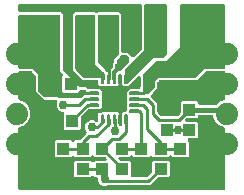
<source format=gtl>
G04 EAGLE Gerber X2 export*
%TF.Part,Single*%
%TF.FileFunction,Copper,L1,Top,Mixed*%
%TF.FilePolarity,Positive*%
%TF.GenerationSoftware,Autodesk,EAGLE,9.4.0*%
%TF.CreationDate,2019-05-08T17:19:32Z*%
G75*
%MOMM*%
%FSLAX34Y34*%
%LPD*%
%INTop Copper*%
%AMOC8*
5,1,8,0,0,1.08239X$1,22.5*%
G01*
%ADD10R,1.050000X1.080000*%
%ADD11R,1.080000X1.050000*%
%ADD12R,1.435100X4.394200*%
%ADD13R,1.100000X1.000000*%
%ADD14C,0.150000*%
%ADD15R,2.050000X2.050000*%
%ADD16C,1.879600*%
%ADD17C,0.254000*%
%ADD18C,0.756400*%
%ADD19C,0.355600*%
%ADD20C,0.304800*%
%ADD21C,0.406400*%
%ADD22C,0.609600*%

G36*
X200778Y11446D02*
X200778Y11446D01*
X200897Y11453D01*
X200935Y11466D01*
X200976Y11471D01*
X201086Y11514D01*
X201199Y11551D01*
X201234Y11573D01*
X201271Y11588D01*
X201367Y11657D01*
X201468Y11721D01*
X201496Y11751D01*
X201529Y11774D01*
X201605Y11866D01*
X201686Y11953D01*
X201706Y11988D01*
X201731Y12019D01*
X201782Y12127D01*
X201840Y12231D01*
X201850Y12271D01*
X201867Y12307D01*
X201889Y12424D01*
X201919Y12539D01*
X201923Y12599D01*
X201927Y12619D01*
X201925Y12640D01*
X201929Y12700D01*
X201929Y63506D01*
X201926Y63535D01*
X201928Y63564D01*
X201909Y63673D01*
X201907Y63707D01*
X201902Y63723D01*
X201889Y63821D01*
X201879Y63849D01*
X201874Y63878D01*
X201820Y63996D01*
X201772Y64117D01*
X201755Y64141D01*
X201743Y64168D01*
X201662Y64269D01*
X201586Y64374D01*
X201563Y64393D01*
X201544Y64416D01*
X201441Y64494D01*
X201341Y64577D01*
X201314Y64590D01*
X201290Y64607D01*
X201146Y64678D01*
X196725Y66509D01*
X193509Y69725D01*
X191769Y73926D01*
X191769Y74286D01*
X191754Y74404D01*
X191747Y74523D01*
X191734Y74561D01*
X191729Y74602D01*
X191686Y74712D01*
X191649Y74825D01*
X191627Y74860D01*
X191612Y74897D01*
X191543Y74993D01*
X191479Y75094D01*
X191449Y75122D01*
X191426Y75155D01*
X191334Y75231D01*
X191247Y75312D01*
X191212Y75332D01*
X191181Y75357D01*
X191073Y75408D01*
X190969Y75466D01*
X190929Y75476D01*
X190893Y75493D01*
X190776Y75515D01*
X190661Y75545D01*
X190601Y75549D01*
X190581Y75553D01*
X190560Y75551D01*
X190500Y75555D01*
X180252Y75555D01*
X180134Y75540D01*
X180015Y75533D01*
X179977Y75520D01*
X179936Y75515D01*
X179826Y75472D01*
X179713Y75435D01*
X179678Y75413D01*
X179641Y75398D01*
X179545Y75329D01*
X179444Y75265D01*
X179416Y75235D01*
X179383Y75212D01*
X179307Y75120D01*
X179226Y75033D01*
X179206Y74998D01*
X179181Y74967D01*
X179130Y74859D01*
X179072Y74755D01*
X179062Y74715D01*
X179045Y74679D01*
X179023Y74562D01*
X178993Y74447D01*
X178989Y74387D01*
X178985Y74367D01*
X178987Y74346D01*
X178983Y74286D01*
X178983Y73778D01*
X177792Y72587D01*
X169614Y72587D01*
X169516Y72575D01*
X169417Y72572D01*
X169358Y72555D01*
X169298Y72547D01*
X169206Y72511D01*
X169111Y72483D01*
X169059Y72453D01*
X169003Y72430D01*
X168923Y72372D01*
X168837Y72322D01*
X168762Y72256D01*
X168745Y72244D01*
X168737Y72234D01*
X168716Y72216D01*
X168320Y71820D01*
X168235Y71710D01*
X168146Y71603D01*
X168138Y71584D01*
X168125Y71568D01*
X168070Y71441D01*
X168011Y71315D01*
X168007Y71295D01*
X167999Y71276D01*
X167977Y71139D01*
X167951Y71002D01*
X167952Y70982D01*
X167949Y70962D01*
X167962Y70823D01*
X167971Y70685D01*
X167977Y70666D01*
X167979Y70646D01*
X168026Y70514D01*
X168069Y70383D01*
X168080Y70366D01*
X168086Y70346D01*
X168165Y70231D01*
X168239Y70114D01*
X168254Y70100D01*
X168265Y70083D01*
X168369Y69991D01*
X168471Y69896D01*
X168488Y69886D01*
X168503Y69873D01*
X168628Y69809D01*
X168749Y69742D01*
X168769Y69737D01*
X168787Y69728D01*
X168923Y69698D01*
X169057Y69663D01*
X169085Y69661D01*
X169097Y69658D01*
X169118Y69659D01*
X169218Y69653D01*
X177792Y69653D01*
X178983Y68462D01*
X178983Y56778D01*
X177792Y55587D01*
X171282Y55587D01*
X171144Y55570D01*
X171005Y55557D01*
X170986Y55550D01*
X170966Y55547D01*
X170837Y55496D01*
X170706Y55449D01*
X170689Y55438D01*
X170670Y55430D01*
X170558Y55349D01*
X170443Y55271D01*
X170430Y55255D01*
X170413Y55244D01*
X170324Y55136D01*
X170232Y55032D01*
X170223Y55014D01*
X170210Y54999D01*
X170151Y54873D01*
X170088Y54749D01*
X170083Y54729D01*
X170075Y54711D01*
X170049Y54574D01*
X170018Y54439D01*
X170019Y54418D01*
X170015Y54399D01*
X170024Y54260D01*
X170028Y54121D01*
X170033Y54101D01*
X170035Y54081D01*
X170077Y53949D01*
X170116Y53815D01*
X170127Y53798D01*
X170133Y53779D01*
X170207Y53661D01*
X170278Y53541D01*
X170296Y53520D01*
X170303Y53510D01*
X170318Y53496D01*
X170384Y53421D01*
X171363Y52442D01*
X171363Y40758D01*
X170172Y39567D01*
X157488Y39567D01*
X156472Y40583D01*
X156378Y40656D01*
X156289Y40735D01*
X156253Y40753D01*
X156221Y40778D01*
X156112Y40825D01*
X156006Y40879D01*
X155967Y40888D01*
X155929Y40904D01*
X155812Y40923D01*
X155696Y40949D01*
X155655Y40948D01*
X155615Y40954D01*
X155497Y40943D01*
X155378Y40939D01*
X155339Y40928D01*
X155299Y40924D01*
X155187Y40884D01*
X155072Y40851D01*
X155037Y40830D01*
X154999Y40817D01*
X154901Y40750D01*
X154798Y40689D01*
X154753Y40649D01*
X154736Y40638D01*
X154723Y40623D01*
X154677Y40583D01*
X153662Y39567D01*
X140978Y39567D01*
X139962Y40583D01*
X139868Y40656D01*
X139779Y40735D01*
X139743Y40753D01*
X139711Y40778D01*
X139602Y40825D01*
X139496Y40879D01*
X139457Y40888D01*
X139419Y40904D01*
X139302Y40923D01*
X139186Y40949D01*
X139145Y40948D01*
X139105Y40954D01*
X138987Y40943D01*
X138868Y40939D01*
X138829Y40928D01*
X138789Y40924D01*
X138677Y40884D01*
X138562Y40851D01*
X138527Y40830D01*
X138489Y40817D01*
X138391Y40750D01*
X138288Y40689D01*
X138243Y40649D01*
X138226Y40638D01*
X138213Y40623D01*
X138167Y40583D01*
X137152Y39567D01*
X124468Y39567D01*
X123452Y40583D01*
X123358Y40656D01*
X123269Y40735D01*
X123233Y40753D01*
X123201Y40778D01*
X123092Y40825D01*
X122986Y40879D01*
X122947Y40888D01*
X122909Y40904D01*
X122792Y40923D01*
X122676Y40949D01*
X122635Y40948D01*
X122595Y40954D01*
X122477Y40943D01*
X122358Y40939D01*
X122319Y40928D01*
X122279Y40924D01*
X122167Y40884D01*
X122052Y40851D01*
X122017Y40830D01*
X121979Y40817D01*
X121881Y40750D01*
X121778Y40689D01*
X121733Y40649D01*
X121716Y40638D01*
X121703Y40623D01*
X121657Y40583D01*
X120642Y39567D01*
X112558Y39567D01*
X112420Y39550D01*
X112281Y39537D01*
X112262Y39530D01*
X112242Y39527D01*
X112113Y39476D01*
X111982Y39429D01*
X111965Y39418D01*
X111947Y39410D01*
X111834Y39329D01*
X111719Y39251D01*
X111705Y39235D01*
X111689Y39224D01*
X111601Y39117D01*
X111508Y39012D01*
X111499Y38994D01*
X111486Y38979D01*
X111427Y38853D01*
X111364Y38729D01*
X111359Y38709D01*
X111351Y38691D01*
X111325Y38555D01*
X111294Y38419D01*
X111295Y38398D01*
X111291Y38379D01*
X111300Y38240D01*
X111304Y38101D01*
X111310Y38081D01*
X111311Y38061D01*
X111354Y37929D01*
X111392Y37795D01*
X111403Y37778D01*
X111409Y37759D01*
X111483Y37641D01*
X111554Y37521D01*
X111572Y37500D01*
X111579Y37490D01*
X111594Y37476D01*
X111660Y37400D01*
X112056Y37004D01*
X112135Y36944D01*
X112207Y36876D01*
X112260Y36847D01*
X112308Y36810D01*
X112399Y36770D01*
X112485Y36722D01*
X112544Y36707D01*
X112599Y36683D01*
X112697Y36668D01*
X112793Y36643D01*
X112893Y36637D01*
X112914Y36633D01*
X112926Y36635D01*
X112954Y36633D01*
X120642Y36633D01*
X121833Y35442D01*
X121833Y23622D01*
X121848Y23504D01*
X121855Y23385D01*
X121868Y23347D01*
X121873Y23306D01*
X121916Y23196D01*
X121953Y23083D01*
X121975Y23048D01*
X121990Y23011D01*
X122059Y22915D01*
X122123Y22814D01*
X122153Y22786D01*
X122176Y22753D01*
X122268Y22677D01*
X122355Y22596D01*
X122390Y22576D01*
X122421Y22551D01*
X122529Y22500D01*
X122633Y22442D01*
X122673Y22432D01*
X122709Y22415D01*
X122826Y22393D01*
X122941Y22363D01*
X123001Y22359D01*
X123021Y22355D01*
X123042Y22357D01*
X123102Y22353D01*
X134876Y22353D01*
X134974Y22365D01*
X135073Y22368D01*
X135132Y22385D01*
X135192Y22393D01*
X135284Y22429D01*
X135379Y22457D01*
X135431Y22487D01*
X135487Y22510D01*
X135567Y22568D01*
X135653Y22618D01*
X135728Y22684D01*
X135745Y22696D01*
X135753Y22706D01*
X135774Y22724D01*
X139416Y26366D01*
X139476Y26445D01*
X139544Y26517D01*
X139573Y26570D01*
X139610Y26618D01*
X139650Y26709D01*
X139698Y26795D01*
X139713Y26854D01*
X139737Y26909D01*
X139752Y27007D01*
X139777Y27103D01*
X139783Y27203D01*
X139787Y27224D01*
X139785Y27236D01*
X139787Y27264D01*
X139787Y35442D01*
X140978Y36633D01*
X153662Y36633D01*
X154853Y35442D01*
X154853Y23758D01*
X153662Y22567D01*
X145484Y22567D01*
X145386Y22555D01*
X145287Y22552D01*
X145228Y22535D01*
X145168Y22527D01*
X145076Y22491D01*
X144981Y22463D01*
X144929Y22433D01*
X144873Y22410D01*
X144793Y22352D01*
X144707Y22302D01*
X144632Y22236D01*
X144615Y22224D01*
X144607Y22214D01*
X144586Y22196D01*
X138138Y15747D01*
X102570Y15747D01*
X102560Y15746D01*
X102551Y15747D01*
X102402Y15726D01*
X102254Y15707D01*
X102245Y15704D01*
X102236Y15703D01*
X102084Y15651D01*
X100852Y15140D01*
X98538Y15140D01*
X96401Y16025D01*
X94765Y17661D01*
X93880Y19798D01*
X93880Y21298D01*
X93865Y21416D01*
X93858Y21535D01*
X93845Y21573D01*
X93840Y21614D01*
X93797Y21724D01*
X93760Y21837D01*
X93738Y21872D01*
X93723Y21909D01*
X93654Y22005D01*
X93590Y22106D01*
X93560Y22134D01*
X93537Y22167D01*
X93445Y22243D01*
X93358Y22324D01*
X93323Y22344D01*
X93292Y22369D01*
X93184Y22420D01*
X93080Y22478D01*
X93040Y22488D01*
X93004Y22505D01*
X92887Y22527D01*
X92772Y22557D01*
X92712Y22561D01*
X92692Y22565D01*
X92671Y22563D01*
X92611Y22567D01*
X91448Y22567D01*
X90432Y23583D01*
X90338Y23656D01*
X90249Y23735D01*
X90213Y23753D01*
X90181Y23778D01*
X90072Y23825D01*
X89966Y23879D01*
X89927Y23888D01*
X89889Y23904D01*
X89772Y23923D01*
X89656Y23949D01*
X89615Y23948D01*
X89575Y23954D01*
X89457Y23943D01*
X89338Y23939D01*
X89299Y23928D01*
X89259Y23924D01*
X89147Y23884D01*
X89032Y23851D01*
X88997Y23830D01*
X88959Y23817D01*
X88861Y23750D01*
X88758Y23689D01*
X88713Y23649D01*
X88696Y23638D01*
X88683Y23623D01*
X88637Y23583D01*
X87622Y22567D01*
X74938Y22567D01*
X73747Y23758D01*
X73747Y35442D01*
X74938Y36633D01*
X87622Y36633D01*
X88637Y35617D01*
X88732Y35544D01*
X88821Y35465D01*
X88857Y35447D01*
X88889Y35422D01*
X88998Y35375D01*
X89104Y35321D01*
X89143Y35312D01*
X89181Y35296D01*
X89298Y35277D01*
X89414Y35251D01*
X89455Y35252D01*
X89495Y35246D01*
X89613Y35257D01*
X89732Y35261D01*
X89771Y35272D01*
X89811Y35276D01*
X89924Y35316D01*
X90038Y35349D01*
X90072Y35370D01*
X90111Y35383D01*
X90209Y35450D01*
X90312Y35511D01*
X90357Y35551D01*
X90374Y35562D01*
X90387Y35577D01*
X90432Y35617D01*
X91448Y36633D01*
X100022Y36633D01*
X100160Y36650D01*
X100299Y36663D01*
X100318Y36670D01*
X100338Y36673D01*
X100467Y36724D01*
X100598Y36771D01*
X100615Y36782D01*
X100633Y36790D01*
X100746Y36871D01*
X100861Y36949D01*
X100875Y36965D01*
X100891Y36976D01*
X100979Y37083D01*
X101072Y37188D01*
X101081Y37206D01*
X101094Y37221D01*
X101153Y37347D01*
X101216Y37471D01*
X101221Y37491D01*
X101229Y37509D01*
X101255Y37645D01*
X101286Y37781D01*
X101285Y37802D01*
X101289Y37821D01*
X101280Y37960D01*
X101276Y38099D01*
X101270Y38119D01*
X101269Y38139D01*
X101226Y38271D01*
X101188Y38405D01*
X101177Y38422D01*
X101171Y38441D01*
X101097Y38559D01*
X101026Y38679D01*
X101008Y38700D01*
X101001Y38710D01*
X100986Y38724D01*
X100920Y38800D01*
X100524Y39196D01*
X100445Y39256D01*
X100373Y39324D01*
X100320Y39353D01*
X100272Y39390D01*
X100181Y39430D01*
X100095Y39478D01*
X100036Y39493D01*
X99981Y39517D01*
X99883Y39532D01*
X99787Y39557D01*
X99687Y39563D01*
X99666Y39567D01*
X99654Y39565D01*
X99626Y39567D01*
X91448Y39567D01*
X90432Y40583D01*
X90338Y40656D01*
X90249Y40735D01*
X90213Y40753D01*
X90181Y40778D01*
X90072Y40825D01*
X89966Y40879D01*
X89927Y40888D01*
X89889Y40904D01*
X89772Y40923D01*
X89656Y40949D01*
X89615Y40948D01*
X89575Y40954D01*
X89457Y40943D01*
X89338Y40939D01*
X89299Y40928D01*
X89259Y40924D01*
X89147Y40884D01*
X89032Y40851D01*
X88997Y40830D01*
X88959Y40817D01*
X88861Y40750D01*
X88758Y40689D01*
X88713Y40649D01*
X88696Y40638D01*
X88683Y40623D01*
X88637Y40583D01*
X87622Y39567D01*
X74938Y39567D01*
X73923Y40583D01*
X73828Y40656D01*
X73739Y40735D01*
X73703Y40753D01*
X73671Y40778D01*
X73562Y40825D01*
X73456Y40879D01*
X73417Y40888D01*
X73379Y40904D01*
X73262Y40923D01*
X73146Y40949D01*
X73105Y40948D01*
X73065Y40954D01*
X72947Y40943D01*
X72828Y40939D01*
X72789Y40928D01*
X72749Y40924D01*
X72636Y40884D01*
X72522Y40851D01*
X72488Y40830D01*
X72449Y40817D01*
X72351Y40750D01*
X72248Y40689D01*
X72203Y40649D01*
X72186Y40638D01*
X72173Y40623D01*
X72128Y40583D01*
X71112Y39567D01*
X58428Y39567D01*
X57237Y40758D01*
X57237Y52442D01*
X58428Y53633D01*
X71112Y53633D01*
X72128Y52617D01*
X72222Y52544D01*
X72311Y52465D01*
X72347Y52447D01*
X72379Y52422D01*
X72488Y52375D01*
X72594Y52321D01*
X72633Y52312D01*
X72671Y52296D01*
X72788Y52277D01*
X72904Y52251D01*
X72945Y52252D01*
X72985Y52246D01*
X73103Y52257D01*
X73222Y52261D01*
X73261Y52272D01*
X73301Y52276D01*
X73413Y52316D01*
X73528Y52349D01*
X73563Y52370D01*
X73601Y52383D01*
X73699Y52450D01*
X73802Y52511D01*
X73847Y52551D01*
X73864Y52562D01*
X73877Y52577D01*
X73923Y52617D01*
X74938Y53633D01*
X77646Y53633D01*
X77744Y53645D01*
X77843Y53648D01*
X77902Y53665D01*
X77962Y53673D01*
X78054Y53709D01*
X78149Y53737D01*
X78201Y53767D01*
X78257Y53790D01*
X78337Y53848D01*
X78423Y53898D01*
X78498Y53964D01*
X78515Y53976D01*
X78523Y53986D01*
X78544Y54004D01*
X84095Y59556D01*
X84169Y59650D01*
X84247Y59740D01*
X84266Y59776D01*
X84290Y59808D01*
X84338Y59917D01*
X84392Y60023D01*
X84401Y60062D01*
X84417Y60099D01*
X84435Y60217D01*
X84461Y60333D01*
X84460Y60373D01*
X84467Y60413D01*
X84455Y60532D01*
X84452Y60651D01*
X84441Y60690D01*
X84437Y60730D01*
X84396Y60842D01*
X84363Y60957D01*
X84343Y60991D01*
X84329Y61029D01*
X84262Y61128D01*
X84202Y61230D01*
X84162Y61276D01*
X84151Y61293D01*
X84135Y61306D01*
X84095Y61351D01*
X83970Y61476D01*
X83085Y63613D01*
X83085Y65927D01*
X83970Y68064D01*
X85606Y69700D01*
X87743Y70585D01*
X90057Y70585D01*
X92418Y69607D01*
X92446Y69599D01*
X92473Y69585D01*
X92599Y69557D01*
X92725Y69523D01*
X92754Y69522D01*
X92783Y69516D01*
X92913Y69520D01*
X93043Y69518D01*
X93071Y69525D01*
X93101Y69525D01*
X93225Y69562D01*
X93352Y69592D01*
X93378Y69606D01*
X93406Y69614D01*
X93518Y69680D01*
X93633Y69741D01*
X93655Y69760D01*
X93680Y69775D01*
X93801Y69882D01*
X94046Y70126D01*
X94106Y70205D01*
X94174Y70277D01*
X94203Y70330D01*
X94240Y70378D01*
X94280Y70469D01*
X94328Y70555D01*
X94343Y70614D01*
X94367Y70669D01*
X94382Y70767D01*
X94407Y70863D01*
X94413Y70963D01*
X94417Y70983D01*
X94415Y70996D01*
X94417Y71024D01*
X94417Y76553D01*
X96065Y78201D01*
X96101Y78247D01*
X96187Y78228D01*
X96322Y78193D01*
X96350Y78191D01*
X96362Y78188D01*
X96382Y78189D01*
X96482Y78183D01*
X100036Y78183D01*
X100058Y78178D01*
X100095Y78162D01*
X100213Y78143D01*
X100329Y78117D01*
X100370Y78118D01*
X100409Y78112D01*
X100528Y78123D01*
X100647Y78127D01*
X100686Y78138D01*
X100726Y78141D01*
X100838Y78182D01*
X100841Y78183D01*
X105036Y78183D01*
X105058Y78178D01*
X105095Y78162D01*
X105213Y78143D01*
X105329Y78117D01*
X105370Y78118D01*
X105409Y78112D01*
X105528Y78123D01*
X105647Y78127D01*
X105686Y78138D01*
X105726Y78141D01*
X105838Y78182D01*
X105841Y78183D01*
X109853Y78183D01*
X111483Y76553D01*
X111483Y67446D01*
X111495Y67348D01*
X111498Y67249D01*
X111515Y67191D01*
X111523Y67131D01*
X111559Y67039D01*
X111587Y66944D01*
X111617Y66891D01*
X111640Y66835D01*
X111698Y66755D01*
X111748Y66670D01*
X111814Y66594D01*
X111826Y66578D01*
X111836Y66570D01*
X111854Y66549D01*
X112251Y66153D01*
X112360Y66067D01*
X112467Y65979D01*
X112486Y65970D01*
X112502Y65958D01*
X112630Y65902D01*
X112755Y65843D01*
X112775Y65840D01*
X112794Y65831D01*
X112932Y65810D01*
X113068Y65784D01*
X113088Y65785D01*
X113108Y65782D01*
X113247Y65795D01*
X113385Y65803D01*
X113404Y65810D01*
X113424Y65811D01*
X113556Y65859D01*
X113687Y65901D01*
X113705Y65912D01*
X113724Y65919D01*
X113839Y65997D01*
X113956Y66071D01*
X113970Y66086D01*
X113987Y66098D01*
X114079Y66202D01*
X114174Y66303D01*
X114184Y66321D01*
X114197Y66336D01*
X114261Y66460D01*
X114328Y66582D01*
X114333Y66601D01*
X114342Y66619D01*
X114372Y66755D01*
X114407Y66890D01*
X114409Y66918D01*
X114412Y66930D01*
X114411Y66950D01*
X114417Y67050D01*
X114417Y76553D01*
X116047Y78183D01*
X117398Y78183D01*
X117516Y78198D01*
X117635Y78205D01*
X117673Y78218D01*
X117714Y78223D01*
X117824Y78266D01*
X117937Y78303D01*
X117972Y78325D01*
X118009Y78340D01*
X118105Y78409D01*
X118206Y78473D01*
X118234Y78503D01*
X118267Y78526D01*
X118343Y78618D01*
X118424Y78705D01*
X118444Y78740D01*
X118469Y78771D01*
X118520Y78879D01*
X118578Y78983D01*
X118588Y79023D01*
X118605Y79059D01*
X118627Y79176D01*
X118657Y79291D01*
X118661Y79351D01*
X118665Y79371D01*
X118663Y79392D01*
X118667Y79452D01*
X118667Y80986D01*
X118672Y81008D01*
X118688Y81045D01*
X118707Y81163D01*
X118733Y81279D01*
X118732Y81320D01*
X118738Y81359D01*
X118727Y81478D01*
X118723Y81597D01*
X118712Y81636D01*
X118709Y81676D01*
X118668Y81788D01*
X118667Y81791D01*
X118667Y85986D01*
X118672Y86009D01*
X118688Y86046D01*
X118707Y86164D01*
X118733Y86280D01*
X118732Y86320D01*
X118738Y86360D01*
X118727Y86479D01*
X118723Y86598D01*
X118712Y86636D01*
X118708Y86676D01*
X118668Y86789D01*
X118667Y86791D01*
X118667Y90986D01*
X118672Y91008D01*
X118688Y91045D01*
X118707Y91163D01*
X118733Y91279D01*
X118732Y91320D01*
X118738Y91359D01*
X118727Y91478D01*
X118723Y91597D01*
X118712Y91636D01*
X118709Y91676D01*
X118668Y91788D01*
X118667Y91791D01*
X118667Y95803D01*
X120265Y97401D01*
X120342Y97499D01*
X120437Y97478D01*
X120572Y97443D01*
X120600Y97441D01*
X120612Y97438D01*
X120632Y97439D01*
X120732Y97433D01*
X128778Y97433D01*
X128896Y97448D01*
X129015Y97455D01*
X129053Y97468D01*
X129094Y97473D01*
X129204Y97516D01*
X129317Y97553D01*
X129352Y97575D01*
X129389Y97590D01*
X129485Y97659D01*
X129586Y97723D01*
X129614Y97753D01*
X129647Y97776D01*
X129723Y97868D01*
X129804Y97955D01*
X129824Y97990D01*
X129849Y98021D01*
X129900Y98129D01*
X129958Y98233D01*
X129968Y98273D01*
X129985Y98309D01*
X130007Y98426D01*
X130037Y98541D01*
X130041Y98601D01*
X130045Y98621D01*
X130043Y98642D01*
X130047Y98702D01*
X130047Y107072D01*
X130030Y107210D01*
X130017Y107349D01*
X130010Y107368D01*
X130007Y107388D01*
X129956Y107517D01*
X129909Y107648D01*
X129898Y107665D01*
X129890Y107683D01*
X129809Y107796D01*
X129731Y107911D01*
X129715Y107924D01*
X129704Y107941D01*
X129596Y108030D01*
X129492Y108122D01*
X129474Y108131D01*
X129459Y108144D01*
X129333Y108203D01*
X129209Y108266D01*
X129189Y108271D01*
X129171Y108279D01*
X129035Y108305D01*
X128899Y108336D01*
X128878Y108335D01*
X128859Y108339D01*
X128720Y108330D01*
X128581Y108326D01*
X128561Y108320D01*
X128541Y108319D01*
X128409Y108276D01*
X128275Y108238D01*
X128258Y108227D01*
X128239Y108221D01*
X128121Y108147D01*
X128001Y108076D01*
X127980Y108058D01*
X127970Y108051D01*
X127956Y108036D01*
X127881Y107970D01*
X121854Y101944D01*
X121794Y101865D01*
X121726Y101793D01*
X121697Y101740D01*
X121660Y101692D01*
X121620Y101601D01*
X121572Y101515D01*
X121557Y101456D01*
X121533Y101401D01*
X121518Y101303D01*
X121511Y101275D01*
X119835Y99599D01*
X119758Y99501D01*
X119663Y99522D01*
X119528Y99557D01*
X119500Y99559D01*
X119488Y99562D01*
X119468Y99561D01*
X119368Y99567D01*
X116518Y99567D01*
X116423Y99582D01*
X116327Y99607D01*
X116227Y99613D01*
X116206Y99617D01*
X116194Y99615D01*
X116166Y99617D01*
X116047Y99617D01*
X114417Y101247D01*
X114417Y107952D01*
X114400Y108090D01*
X114387Y108229D01*
X114380Y108248D01*
X114377Y108268D01*
X114326Y108397D01*
X114279Y108528D01*
X114268Y108545D01*
X114260Y108563D01*
X114179Y108676D01*
X114101Y108791D01*
X114085Y108804D01*
X114074Y108821D01*
X113966Y108910D01*
X113862Y109002D01*
X113844Y109011D01*
X113829Y109024D01*
X113703Y109083D01*
X113579Y109146D01*
X113559Y109151D01*
X113541Y109159D01*
X113405Y109185D01*
X113269Y109216D01*
X113248Y109215D01*
X113229Y109219D01*
X113090Y109210D01*
X112951Y109206D01*
X112931Y109200D01*
X112911Y109199D01*
X112779Y109156D01*
X112645Y109118D01*
X112628Y109107D01*
X112609Y109101D01*
X112491Y109027D01*
X112371Y108956D01*
X112350Y108938D01*
X112340Y108931D01*
X112326Y108916D01*
X112251Y108850D01*
X111878Y108478D01*
X111818Y108399D01*
X111750Y108327D01*
X111721Y108274D01*
X111684Y108226D01*
X111644Y108135D01*
X111596Y108049D01*
X111581Y107990D01*
X111557Y107935D01*
X111542Y107837D01*
X111517Y107741D01*
X111511Y107641D01*
X111507Y107621D01*
X111509Y107608D01*
X111507Y107580D01*
X111507Y104091D01*
X111493Y104038D01*
X111487Y103938D01*
X111483Y103917D01*
X111485Y103905D01*
X111483Y103877D01*
X111483Y101247D01*
X109853Y99617D01*
X105864Y99617D01*
X105842Y99622D01*
X105805Y99638D01*
X105687Y99657D01*
X105571Y99683D01*
X105530Y99682D01*
X105491Y99688D01*
X105372Y99677D01*
X105253Y99673D01*
X105214Y99662D01*
X105174Y99659D01*
X105062Y99618D01*
X105059Y99617D01*
X100864Y99617D01*
X100842Y99622D01*
X100805Y99638D01*
X100687Y99657D01*
X100571Y99683D01*
X100530Y99682D01*
X100491Y99688D01*
X100372Y99677D01*
X100253Y99673D01*
X100214Y99662D01*
X100174Y99659D01*
X100062Y99618D01*
X100059Y99617D01*
X96482Y99617D01*
X96345Y99600D01*
X96206Y99587D01*
X96187Y99580D01*
X96167Y99577D01*
X96106Y99553D01*
X96065Y99599D01*
X94417Y101247D01*
X94417Y103378D01*
X94402Y103496D01*
X94395Y103615D01*
X94382Y103653D01*
X94377Y103694D01*
X94334Y103804D01*
X94297Y103917D01*
X94275Y103952D01*
X94260Y103989D01*
X94191Y104085D01*
X94127Y104186D01*
X94097Y104214D01*
X94074Y104247D01*
X93982Y104323D01*
X93895Y104404D01*
X93860Y104424D01*
X93829Y104449D01*
X93721Y104500D01*
X93617Y104558D01*
X93577Y104568D01*
X93541Y104585D01*
X93424Y104607D01*
X93309Y104637D01*
X93249Y104641D01*
X93229Y104645D01*
X93208Y104643D01*
X93148Y104647D01*
X81182Y104647D01*
X72897Y112932D01*
X72897Y160118D01*
X74832Y162053D01*
X91538Y162053D01*
X91812Y161778D01*
X91907Y161705D01*
X91996Y161627D01*
X92032Y161608D01*
X92064Y161583D01*
X92173Y161536D01*
X92279Y161482D01*
X92318Y161473D01*
X92356Y161457D01*
X92473Y161438D01*
X92589Y161412D01*
X92630Y161413D01*
X92670Y161407D01*
X92788Y161418D01*
X92907Y161422D01*
X92946Y161433D01*
X92986Y161437D01*
X93098Y161477D01*
X93213Y161510D01*
X93248Y161531D01*
X93286Y161545D01*
X93384Y161611D01*
X93487Y161672D01*
X93532Y161712D01*
X93549Y161723D01*
X93562Y161738D01*
X93607Y161778D01*
X93882Y162053D01*
X111858Y162053D01*
X113793Y160118D01*
X113793Y129032D01*
X113808Y128914D01*
X113815Y128795D01*
X113828Y128757D01*
X113833Y128716D01*
X113876Y128606D01*
X113913Y128493D01*
X113935Y128458D01*
X113950Y128421D01*
X114019Y128325D01*
X114083Y128224D01*
X114113Y128196D01*
X114136Y128163D01*
X114228Y128087D01*
X114315Y128006D01*
X114350Y127986D01*
X114381Y127961D01*
X114489Y127910D01*
X114593Y127852D01*
X114633Y127842D01*
X114669Y127825D01*
X114786Y127803D01*
X114901Y127773D01*
X114961Y127769D01*
X114981Y127765D01*
X115002Y127767D01*
X115062Y127763D01*
X119478Y127763D01*
X120376Y126864D01*
X122927Y124313D01*
X123022Y124240D01*
X123111Y124162D01*
X123147Y124143D01*
X123179Y124118D01*
X123288Y124071D01*
X123394Y124017D01*
X123433Y124008D01*
X123471Y123992D01*
X123588Y123973D01*
X123704Y123947D01*
X123745Y123948D01*
X123785Y123942D01*
X123903Y123953D01*
X124022Y123957D01*
X124061Y123968D01*
X124101Y123972D01*
X124214Y124012D01*
X124328Y124045D01*
X124362Y124066D01*
X124401Y124080D01*
X124499Y124146D01*
X124602Y124207D01*
X124647Y124247D01*
X124664Y124258D01*
X124677Y124273D01*
X124722Y124313D01*
X130946Y130536D01*
X131006Y130615D01*
X131074Y130687D01*
X131103Y130740D01*
X131140Y130788D01*
X131180Y130879D01*
X131228Y130965D01*
X131243Y131024D01*
X131267Y131079D01*
X131282Y131177D01*
X131307Y131273D01*
X131313Y131373D01*
X131317Y131394D01*
X131315Y131406D01*
X131317Y131434D01*
X131317Y167640D01*
X131302Y167758D01*
X131295Y167877D01*
X131282Y167915D01*
X131277Y167956D01*
X131234Y168066D01*
X131197Y168179D01*
X131175Y168214D01*
X131160Y168251D01*
X131091Y168347D01*
X131027Y168448D01*
X130997Y168476D01*
X130974Y168509D01*
X130882Y168585D01*
X130795Y168666D01*
X130760Y168686D01*
X130729Y168711D01*
X130621Y168762D01*
X130517Y168820D01*
X130477Y168830D01*
X130441Y168847D01*
X130324Y168869D01*
X130209Y168899D01*
X130149Y168903D01*
X130129Y168907D01*
X130108Y168905D01*
X130048Y168909D01*
X27940Y168909D01*
X27822Y168894D01*
X27703Y168887D01*
X27665Y168874D01*
X27624Y168869D01*
X27514Y168826D01*
X27401Y168789D01*
X27366Y168767D01*
X27329Y168752D01*
X27233Y168683D01*
X27132Y168619D01*
X27104Y168589D01*
X27071Y168566D01*
X26996Y168474D01*
X26914Y168387D01*
X26894Y168352D01*
X26869Y168321D01*
X26818Y168213D01*
X26760Y168109D01*
X26750Y168069D01*
X26733Y168033D01*
X26711Y167916D01*
X26681Y167801D01*
X26677Y167741D01*
X26673Y167721D01*
X26675Y167700D01*
X26671Y167640D01*
X26671Y163322D01*
X26686Y163204D01*
X26693Y163085D01*
X26706Y163047D01*
X26711Y163006D01*
X26754Y162896D01*
X26791Y162783D01*
X26813Y162748D01*
X26828Y162711D01*
X26897Y162615D01*
X26961Y162514D01*
X26991Y162486D01*
X27014Y162453D01*
X27106Y162377D01*
X27193Y162296D01*
X27228Y162276D01*
X27259Y162251D01*
X27367Y162200D01*
X27471Y162142D01*
X27511Y162132D01*
X27547Y162115D01*
X27664Y162093D01*
X27779Y162063D01*
X27839Y162059D01*
X27859Y162055D01*
X27880Y162057D01*
X27940Y162053D01*
X62328Y162053D01*
X64263Y160118D01*
X64263Y113654D01*
X64275Y113556D01*
X64278Y113457D01*
X64295Y113398D01*
X64303Y113338D01*
X64339Y113246D01*
X64367Y113151D01*
X64397Y113099D01*
X64420Y113043D01*
X64478Y112963D01*
X64528Y112877D01*
X64594Y112802D01*
X64606Y112785D01*
X64616Y112777D01*
X64634Y112756D01*
X78466Y98924D01*
X78545Y98864D01*
X78617Y98796D01*
X78670Y98767D01*
X78718Y98730D01*
X78809Y98690D01*
X78895Y98642D01*
X78954Y98627D01*
X79009Y98603D01*
X79107Y98588D01*
X79203Y98563D01*
X79303Y98557D01*
X79324Y98553D01*
X79336Y98555D01*
X79364Y98553D01*
X83918Y98553D01*
X84770Y97701D01*
X84864Y97628D01*
X84954Y97549D01*
X84990Y97530D01*
X85021Y97506D01*
X85131Y97458D01*
X85237Y97404D01*
X85276Y97395D01*
X85313Y97379D01*
X85431Y97361D01*
X85547Y97335D01*
X85588Y97336D01*
X85627Y97329D01*
X85746Y97341D01*
X85865Y97344D01*
X85904Y97355D01*
X85944Y97359D01*
X86056Y97400D01*
X86171Y97433D01*
X95168Y97433D01*
X95305Y97450D01*
X95444Y97463D01*
X95463Y97470D01*
X95483Y97473D01*
X95544Y97497D01*
X95585Y97451D01*
X97233Y95803D01*
X97233Y91814D01*
X97228Y91792D01*
X97212Y91755D01*
X97193Y91637D01*
X97167Y91521D01*
X97168Y91480D01*
X97162Y91441D01*
X97173Y91322D01*
X97177Y91203D01*
X97188Y91164D01*
X97191Y91124D01*
X97232Y91012D01*
X97233Y91009D01*
X97233Y86814D01*
X97228Y86792D01*
X97212Y86755D01*
X97193Y86637D01*
X97167Y86521D01*
X97168Y86480D01*
X97162Y86441D01*
X97173Y86322D01*
X97177Y86203D01*
X97188Y86164D01*
X97191Y86124D01*
X97232Y86012D01*
X97233Y86009D01*
X97233Y81997D01*
X95585Y80349D01*
X95549Y80303D01*
X95463Y80322D01*
X95328Y80357D01*
X95300Y80359D01*
X95288Y80362D01*
X95268Y80361D01*
X95168Y80367D01*
X86834Y80367D01*
X86736Y80355D01*
X86637Y80352D01*
X86578Y80335D01*
X86518Y80327D01*
X86426Y80291D01*
X86331Y80263D01*
X86279Y80233D01*
X86223Y80210D01*
X86143Y80152D01*
X86057Y80102D01*
X85982Y80036D01*
X85965Y80024D01*
X85957Y80014D01*
X85936Y79996D01*
X79904Y73964D01*
X79844Y73885D01*
X79776Y73813D01*
X79747Y73760D01*
X79710Y73712D01*
X79670Y73621D01*
X79622Y73535D01*
X79607Y73476D01*
X79583Y73421D01*
X79568Y73323D01*
X79543Y73227D01*
X79537Y73127D01*
X79533Y73106D01*
X79535Y73094D01*
X79533Y73066D01*
X79533Y63608D01*
X78342Y62417D01*
X66158Y62417D01*
X64967Y63608D01*
X64967Y76224D01*
X65023Y76343D01*
X65027Y76363D01*
X65035Y76381D01*
X65057Y76519D01*
X65083Y76656D01*
X65082Y76676D01*
X65085Y76696D01*
X65072Y76834D01*
X65063Y76973D01*
X65057Y76992D01*
X65055Y77012D01*
X65008Y77143D01*
X64965Y77275D01*
X64954Y77293D01*
X64948Y77311D01*
X64870Y77426D01*
X64795Y77544D01*
X64780Y77558D01*
X64769Y77575D01*
X64665Y77667D01*
X64563Y77762D01*
X64546Y77772D01*
X64531Y77785D01*
X64407Y77848D01*
X64285Y77916D01*
X64265Y77921D01*
X64247Y77930D01*
X64111Y77960D01*
X63977Y77995D01*
X63949Y77997D01*
X63937Y78000D01*
X63917Y77999D01*
X63816Y78005D01*
X63613Y78005D01*
X61476Y78890D01*
X59840Y80526D01*
X58955Y82663D01*
X58955Y84977D01*
X59538Y86382D01*
X59551Y86430D01*
X59572Y86475D01*
X59592Y86583D01*
X59621Y86689D01*
X59622Y86739D01*
X59632Y86788D01*
X59625Y86897D01*
X59627Y87007D01*
X59615Y87055D01*
X59612Y87105D01*
X59578Y87209D01*
X59552Y87316D01*
X59529Y87360D01*
X59514Y87407D01*
X59455Y87500D01*
X59404Y87597D01*
X59370Y87634D01*
X59344Y87676D01*
X59264Y87751D01*
X59190Y87833D01*
X59148Y87860D01*
X59112Y87894D01*
X59016Y87947D01*
X58924Y88007D01*
X58877Y88024D01*
X58834Y88048D01*
X58727Y88075D01*
X58623Y88111D01*
X58574Y88115D01*
X58526Y88127D01*
X58365Y88137D01*
X48162Y88137D01*
X41147Y95152D01*
X41147Y108596D01*
X41135Y108694D01*
X41132Y108793D01*
X41115Y108852D01*
X41107Y108912D01*
X41071Y109004D01*
X41043Y109099D01*
X41013Y109151D01*
X40990Y109207D01*
X40932Y109287D01*
X40882Y109373D01*
X40816Y109448D01*
X40804Y109465D01*
X40794Y109473D01*
X40776Y109494D01*
X38374Y111896D01*
X38295Y111956D01*
X38223Y112024D01*
X38170Y112053D01*
X38122Y112090D01*
X38031Y112130D01*
X37945Y112178D01*
X37886Y112193D01*
X37831Y112217D01*
X37733Y112232D01*
X37637Y112257D01*
X37537Y112263D01*
X37516Y112267D01*
X37504Y112265D01*
X37476Y112267D01*
X27940Y112267D01*
X27822Y112252D01*
X27703Y112245D01*
X27665Y112232D01*
X27624Y112227D01*
X27514Y112184D01*
X27401Y112147D01*
X27366Y112125D01*
X27329Y112110D01*
X27233Y112041D01*
X27132Y111977D01*
X27104Y111947D01*
X27071Y111924D01*
X26995Y111832D01*
X26914Y111745D01*
X26894Y111710D01*
X26869Y111679D01*
X26818Y111571D01*
X26760Y111467D01*
X26750Y111427D01*
X26733Y111391D01*
X26711Y111274D01*
X26681Y111159D01*
X26677Y111099D01*
X26673Y111079D01*
X26675Y111058D01*
X26671Y110998D01*
X26671Y88894D01*
X26674Y88865D01*
X26672Y88836D01*
X26694Y88707D01*
X26711Y88579D01*
X26721Y88551D01*
X26726Y88522D01*
X26780Y88404D01*
X26828Y88283D01*
X26845Y88259D01*
X26857Y88232D01*
X26938Y88131D01*
X27014Y88026D01*
X27037Y88007D01*
X27056Y87984D01*
X27159Y87906D01*
X27259Y87823D01*
X27286Y87810D01*
X27310Y87793D01*
X27454Y87722D01*
X31875Y85891D01*
X35091Y82675D01*
X36831Y78474D01*
X36831Y73926D01*
X35091Y69725D01*
X31875Y66509D01*
X27454Y64678D01*
X27429Y64664D01*
X27401Y64655D01*
X27291Y64585D01*
X27178Y64521D01*
X27157Y64500D01*
X27132Y64484D01*
X27043Y64390D01*
X26950Y64300D01*
X26934Y64274D01*
X26914Y64253D01*
X26851Y64139D01*
X26783Y64028D01*
X26775Y64000D01*
X26760Y63974D01*
X26728Y63849D01*
X26690Y63724D01*
X26688Y63695D01*
X26681Y63666D01*
X26674Y63553D01*
X26673Y63550D01*
X26673Y63548D01*
X26671Y63506D01*
X26671Y12700D01*
X26686Y12582D01*
X26693Y12463D01*
X26706Y12425D01*
X26711Y12384D01*
X26754Y12274D01*
X26791Y12161D01*
X26813Y12126D01*
X26828Y12089D01*
X26897Y11993D01*
X26961Y11892D01*
X26991Y11864D01*
X27014Y11831D01*
X27106Y11755D01*
X27193Y11674D01*
X27228Y11654D01*
X27259Y11629D01*
X27367Y11578D01*
X27471Y11520D01*
X27511Y11510D01*
X27547Y11493D01*
X27664Y11471D01*
X27779Y11441D01*
X27839Y11437D01*
X27859Y11433D01*
X27880Y11435D01*
X27940Y11431D01*
X200660Y11431D01*
X200778Y11446D01*
G37*
G36*
X135988Y92723D02*
X135988Y92723D01*
X136087Y92726D01*
X136145Y92743D01*
X136206Y92751D01*
X136298Y92787D01*
X136393Y92815D01*
X136445Y92845D01*
X136501Y92868D01*
X136581Y92926D01*
X136667Y92976D01*
X136742Y93042D01*
X136759Y93054D01*
X136766Y93064D01*
X136788Y93083D01*
X141868Y98163D01*
X141928Y98241D01*
X141996Y98313D01*
X142017Y98350D01*
X142038Y98376D01*
X142046Y98393D01*
X142062Y98414D01*
X142102Y98505D01*
X142150Y98591D01*
X142162Y98638D01*
X142174Y98664D01*
X142176Y98677D01*
X142189Y98706D01*
X142204Y98804D01*
X142229Y98899D01*
X142235Y98999D01*
X142239Y99020D01*
X142237Y99032D01*
X142239Y99060D01*
X142239Y103614D01*
X145306Y106681D01*
X176530Y106681D01*
X176628Y106693D01*
X176727Y106696D01*
X176785Y106713D01*
X176846Y106721D01*
X176938Y106757D01*
X177033Y106785D01*
X177085Y106815D01*
X177141Y106838D01*
X177221Y106896D01*
X177307Y106946D01*
X177382Y107012D01*
X177399Y107024D01*
X177406Y107034D01*
X177428Y107053D01*
X184676Y114301D01*
X200660Y114301D01*
X200778Y114316D01*
X200897Y114323D01*
X200935Y114336D01*
X200976Y114341D01*
X201086Y114384D01*
X201199Y114421D01*
X201234Y114443D01*
X201271Y114458D01*
X201367Y114528D01*
X201468Y114591D01*
X201496Y114621D01*
X201529Y114644D01*
X201605Y114736D01*
X201686Y114823D01*
X201706Y114858D01*
X201731Y114889D01*
X201782Y114997D01*
X201840Y115101D01*
X201850Y115141D01*
X201867Y115177D01*
X201889Y115294D01*
X201919Y115409D01*
X201923Y115470D01*
X201927Y115490D01*
X201925Y115510D01*
X201929Y115570D01*
X201929Y167640D01*
X201914Y167758D01*
X201907Y167877D01*
X201894Y167915D01*
X201889Y167956D01*
X201846Y168066D01*
X201809Y168179D01*
X201787Y168214D01*
X201772Y168251D01*
X201703Y168347D01*
X201639Y168448D01*
X201609Y168476D01*
X201586Y168509D01*
X201494Y168585D01*
X201407Y168666D01*
X201372Y168686D01*
X201341Y168711D01*
X201233Y168762D01*
X201129Y168820D01*
X201089Y168830D01*
X201053Y168847D01*
X200936Y168869D01*
X200821Y168899D01*
X200761Y168903D01*
X200741Y168907D01*
X200720Y168905D01*
X200660Y168909D01*
X165100Y168909D01*
X164982Y168894D01*
X164863Y168887D01*
X164825Y168874D01*
X164784Y168869D01*
X164674Y168826D01*
X164561Y168789D01*
X164526Y168767D01*
X164489Y168752D01*
X164393Y168683D01*
X164292Y168619D01*
X164264Y168589D01*
X164231Y168566D01*
X164156Y168474D01*
X164074Y168387D01*
X164054Y168352D01*
X164029Y168321D01*
X163978Y168213D01*
X163920Y168109D01*
X163910Y168069D01*
X163893Y168033D01*
X163871Y167916D01*
X163841Y167801D01*
X163837Y167741D01*
X163833Y167721D01*
X163835Y167700D01*
X163831Y167640D01*
X163831Y132606D01*
X151874Y120649D01*
X143510Y120649D01*
X143412Y120637D01*
X143313Y120634D01*
X143255Y120617D01*
X143194Y120609D01*
X143102Y120573D01*
X143007Y120545D01*
X142955Y120515D01*
X142899Y120492D01*
X142819Y120434D01*
X142733Y120384D01*
X142658Y120318D01*
X142641Y120306D01*
X142634Y120296D01*
X142631Y120294D01*
X142626Y120291D01*
X142624Y120288D01*
X142613Y120278D01*
X132453Y110118D01*
X132392Y110039D01*
X132324Y109967D01*
X132295Y109914D01*
X132258Y109866D01*
X132218Y109775D01*
X132170Y109689D01*
X132155Y109630D01*
X132154Y109627D01*
X132143Y109604D01*
X132142Y109600D01*
X132131Y109574D01*
X132116Y109476D01*
X132091Y109381D01*
X132086Y109307D01*
X132083Y109292D01*
X132084Y109278D01*
X132081Y109260D01*
X132083Y109248D01*
X132081Y109220D01*
X132081Y93980D01*
X132096Y93862D01*
X132103Y93743D01*
X132116Y93705D01*
X132121Y93664D01*
X132164Y93554D01*
X132201Y93441D01*
X132223Y93406D01*
X132238Y93369D01*
X132308Y93273D01*
X132371Y93172D01*
X132401Y93144D01*
X132424Y93111D01*
X132516Y93036D01*
X132603Y92954D01*
X132638Y92934D01*
X132669Y92909D01*
X132777Y92858D01*
X132881Y92800D01*
X132921Y92790D01*
X132957Y92773D01*
X133074Y92751D01*
X133189Y92721D01*
X133250Y92717D01*
X133270Y92713D01*
X133290Y92715D01*
X133350Y92711D01*
X135890Y92711D01*
X135988Y92723D01*
G37*
G36*
X78838Y90183D02*
X78838Y90183D01*
X78937Y90186D01*
X78995Y90203D01*
X79056Y90211D01*
X79148Y90247D01*
X79243Y90275D01*
X79295Y90305D01*
X79351Y90328D01*
X79431Y90386D01*
X79517Y90436D01*
X79592Y90502D01*
X79609Y90514D01*
X79616Y90524D01*
X79638Y90543D01*
X83448Y94353D01*
X83533Y94462D01*
X83621Y94569D01*
X83630Y94588D01*
X83642Y94604D01*
X83698Y94732D01*
X83757Y94857D01*
X83761Y94877D01*
X83769Y94896D01*
X83791Y95034D01*
X83817Y95170D01*
X83815Y95190D01*
X83819Y95210D01*
X83806Y95349D01*
X83797Y95487D01*
X83791Y95506D01*
X83789Y95526D01*
X83742Y95658D01*
X83699Y95789D01*
X83688Y95807D01*
X83681Y95826D01*
X83603Y95941D01*
X83529Y96058D01*
X83514Y96072D01*
X83503Y96089D01*
X83399Y96181D01*
X83297Y96276D01*
X83279Y96286D01*
X83264Y96299D01*
X83141Y96362D01*
X83019Y96430D01*
X82999Y96435D01*
X82981Y96444D01*
X82845Y96474D01*
X82711Y96509D01*
X82683Y96511D01*
X82671Y96514D01*
X82650Y96513D01*
X82550Y96519D01*
X79532Y96519D01*
X79414Y96504D01*
X79295Y96497D01*
X79257Y96484D01*
X79216Y96479D01*
X79106Y96436D01*
X78993Y96399D01*
X78958Y96377D01*
X78921Y96362D01*
X78825Y96293D01*
X78724Y96229D01*
X78696Y96199D01*
X78663Y96176D01*
X78587Y96084D01*
X78506Y95997D01*
X78486Y95962D01*
X78461Y95931D01*
X78410Y95823D01*
X78352Y95719D01*
X78342Y95679D01*
X78325Y95643D01*
X78303Y95526D01*
X78273Y95411D01*
X78270Y95365D01*
X77072Y94167D01*
X64888Y94167D01*
X63697Y95358D01*
X63697Y107842D01*
X64288Y108432D01*
X64361Y108526D01*
X64439Y108616D01*
X64458Y108652D01*
X64483Y108684D01*
X64530Y108793D01*
X64584Y108899D01*
X64593Y108938D01*
X64609Y108975D01*
X64628Y109093D01*
X64654Y109209D01*
X64652Y109250D01*
X64659Y109290D01*
X64648Y109408D01*
X64644Y109527D01*
X64633Y109566D01*
X64629Y109606D01*
X64589Y109718D01*
X64556Y109833D01*
X64535Y109867D01*
X64521Y109905D01*
X64455Y110004D01*
X64394Y110107D01*
X64354Y110152D01*
X64343Y110169D01*
X64328Y110182D01*
X64288Y110227D01*
X62229Y112286D01*
X62229Y158750D01*
X62214Y158868D01*
X62207Y158987D01*
X62194Y159025D01*
X62189Y159066D01*
X62146Y159176D01*
X62109Y159289D01*
X62087Y159324D01*
X62072Y159361D01*
X62003Y159457D01*
X61939Y159558D01*
X61909Y159586D01*
X61886Y159619D01*
X61794Y159695D01*
X61707Y159776D01*
X61672Y159796D01*
X61641Y159821D01*
X61533Y159872D01*
X61429Y159930D01*
X61389Y159940D01*
X61353Y159957D01*
X61236Y159979D01*
X61121Y160009D01*
X61061Y160013D01*
X61041Y160017D01*
X61020Y160015D01*
X60960Y160019D01*
X27940Y160019D01*
X27822Y160004D01*
X27703Y159997D01*
X27665Y159984D01*
X27624Y159979D01*
X27514Y159936D01*
X27401Y159899D01*
X27366Y159877D01*
X27329Y159862D01*
X27233Y159793D01*
X27132Y159729D01*
X27104Y159699D01*
X27071Y159676D01*
X26996Y159584D01*
X26914Y159497D01*
X26894Y159462D01*
X26869Y159431D01*
X26818Y159323D01*
X26760Y159219D01*
X26750Y159179D01*
X26733Y159143D01*
X26711Y159026D01*
X26681Y158911D01*
X26677Y158851D01*
X26673Y158831D01*
X26675Y158810D01*
X26673Y158791D01*
X26671Y158750D01*
X26671Y115570D01*
X26686Y115452D01*
X26693Y115333D01*
X26706Y115295D01*
X26711Y115254D01*
X26754Y115144D01*
X26791Y115031D01*
X26813Y114996D01*
X26828Y114959D01*
X26898Y114863D01*
X26961Y114762D01*
X26991Y114734D01*
X27014Y114701D01*
X27106Y114626D01*
X27193Y114544D01*
X27228Y114524D01*
X27259Y114499D01*
X27367Y114448D01*
X27471Y114390D01*
X27511Y114380D01*
X27547Y114363D01*
X27664Y114341D01*
X27779Y114311D01*
X27840Y114307D01*
X27860Y114303D01*
X27880Y114305D01*
X27940Y114301D01*
X38844Y114301D01*
X43181Y109964D01*
X43181Y96520D01*
X43193Y96422D01*
X43196Y96323D01*
X43205Y96291D01*
X43206Y96280D01*
X43214Y96255D01*
X43221Y96204D01*
X43257Y96112D01*
X43285Y96017D01*
X43299Y95992D01*
X43304Y95978D01*
X43321Y95951D01*
X43338Y95909D01*
X43396Y95829D01*
X43446Y95743D01*
X43469Y95718D01*
X43474Y95709D01*
X43487Y95697D01*
X43512Y95668D01*
X43524Y95651D01*
X43534Y95644D01*
X43553Y95623D01*
X48633Y90543D01*
X48711Y90482D01*
X48783Y90414D01*
X48836Y90385D01*
X48884Y90348D01*
X48975Y90308D01*
X49061Y90260D01*
X49120Y90245D01*
X49176Y90221D01*
X49274Y90206D01*
X49369Y90181D01*
X49469Y90175D01*
X49490Y90171D01*
X49502Y90173D01*
X49530Y90171D01*
X78740Y90171D01*
X78838Y90183D01*
G37*
G36*
X161154Y74435D02*
X161154Y74435D01*
X161253Y74438D01*
X161312Y74455D01*
X161372Y74463D01*
X161464Y74499D01*
X161559Y74527D01*
X161611Y74557D01*
X161667Y74580D01*
X161747Y74638D01*
X161833Y74688D01*
X161908Y74754D01*
X161925Y74766D01*
X161933Y74776D01*
X161954Y74794D01*
X163546Y76386D01*
X163606Y76465D01*
X163674Y76537D01*
X163703Y76590D01*
X163740Y76638D01*
X163780Y76729D01*
X163828Y76815D01*
X163843Y76874D01*
X163867Y76929D01*
X163882Y77027D01*
X163907Y77123D01*
X163913Y77223D01*
X163917Y77244D01*
X163915Y77256D01*
X163917Y77284D01*
X163917Y85462D01*
X165108Y86653D01*
X177792Y86653D01*
X178983Y85462D01*
X178983Y84954D01*
X178998Y84836D01*
X179005Y84717D01*
X179018Y84679D01*
X179023Y84638D01*
X179066Y84528D01*
X179103Y84415D01*
X179125Y84380D01*
X179140Y84343D01*
X179209Y84247D01*
X179273Y84146D01*
X179303Y84118D01*
X179326Y84085D01*
X179418Y84009D01*
X179505Y83928D01*
X179540Y83908D01*
X179571Y83883D01*
X179679Y83832D01*
X179783Y83774D01*
X179823Y83764D01*
X179859Y83747D01*
X179976Y83725D01*
X180091Y83695D01*
X180151Y83691D01*
X180171Y83687D01*
X180192Y83689D01*
X180252Y83685D01*
X193994Y83685D01*
X194092Y83697D01*
X194191Y83700D01*
X194249Y83717D01*
X194309Y83725D01*
X194401Y83761D01*
X194496Y83789D01*
X194548Y83819D01*
X194605Y83842D01*
X194685Y83900D01*
X194770Y83950D01*
X194845Y84016D01*
X194862Y84028D01*
X194870Y84038D01*
X194891Y84056D01*
X196725Y85891D01*
X201146Y87722D01*
X201171Y87736D01*
X201199Y87745D01*
X201309Y87815D01*
X201422Y87879D01*
X201443Y87900D01*
X201468Y87916D01*
X201557Y88010D01*
X201650Y88100D01*
X201666Y88126D01*
X201686Y88147D01*
X201749Y88261D01*
X201817Y88372D01*
X201825Y88400D01*
X201840Y88426D01*
X201872Y88551D01*
X201910Y88676D01*
X201912Y88705D01*
X201919Y88734D01*
X201929Y88894D01*
X201929Y110998D01*
X201914Y111116D01*
X201907Y111235D01*
X201894Y111273D01*
X201889Y111314D01*
X201846Y111424D01*
X201809Y111537D01*
X201787Y111572D01*
X201772Y111609D01*
X201703Y111705D01*
X201639Y111806D01*
X201609Y111834D01*
X201586Y111867D01*
X201494Y111943D01*
X201407Y112024D01*
X201372Y112044D01*
X201341Y112069D01*
X201233Y112120D01*
X201129Y112178D01*
X201089Y112188D01*
X201053Y112205D01*
X200936Y112227D01*
X200821Y112257D01*
X200761Y112261D01*
X200741Y112265D01*
X200720Y112263D01*
X200660Y112267D01*
X186044Y112267D01*
X185946Y112255D01*
X185847Y112252D01*
X185788Y112235D01*
X185728Y112227D01*
X185636Y112191D01*
X185541Y112163D01*
X185489Y112133D01*
X185433Y112110D01*
X185353Y112052D01*
X185267Y112002D01*
X185192Y111936D01*
X185175Y111924D01*
X185167Y111914D01*
X185146Y111896D01*
X177898Y104647D01*
X146674Y104647D01*
X146576Y104635D01*
X146477Y104632D01*
X146418Y104615D01*
X146358Y104607D01*
X146266Y104571D01*
X146171Y104543D01*
X146119Y104513D01*
X146063Y104490D01*
X145983Y104432D01*
X145897Y104382D01*
X145822Y104316D01*
X145805Y104304D01*
X145797Y104294D01*
X145776Y104276D01*
X144644Y103144D01*
X144584Y103065D01*
X144516Y102993D01*
X144487Y102940D01*
X144450Y102892D01*
X144410Y102801D01*
X144362Y102715D01*
X144347Y102656D01*
X144323Y102601D01*
X144308Y102503D01*
X144283Y102407D01*
X144277Y102307D01*
X144273Y102286D01*
X144275Y102274D01*
X144273Y102246D01*
X144273Y97692D01*
X140696Y94116D01*
X138918Y92338D01*
X138845Y92243D01*
X138767Y92154D01*
X138748Y92118D01*
X138723Y92086D01*
X138676Y91977D01*
X138622Y91871D01*
X138613Y91832D01*
X138597Y91794D01*
X138578Y91677D01*
X138552Y91561D01*
X138553Y91520D01*
X138547Y91480D01*
X138558Y91362D01*
X138562Y91243D01*
X138573Y91204D01*
X138577Y91164D01*
X138617Y91051D01*
X138650Y90937D01*
X138671Y90903D01*
X138685Y90864D01*
X138751Y90766D01*
X138812Y90663D01*
X138852Y90618D01*
X138863Y90601D01*
X138878Y90588D01*
X138918Y90543D01*
X144273Y85188D01*
X144273Y78094D01*
X144285Y77996D01*
X144288Y77897D01*
X144305Y77838D01*
X144313Y77778D01*
X144349Y77686D01*
X144377Y77591D01*
X144407Y77539D01*
X144430Y77483D01*
X144488Y77403D01*
X144538Y77317D01*
X144604Y77242D01*
X144616Y77225D01*
X144626Y77217D01*
X144644Y77196D01*
X147046Y74794D01*
X147125Y74734D01*
X147197Y74666D01*
X147250Y74637D01*
X147298Y74600D01*
X147389Y74560D01*
X147475Y74512D01*
X147534Y74497D01*
X147589Y74473D01*
X147687Y74458D01*
X147783Y74433D01*
X147883Y74427D01*
X147904Y74423D01*
X147916Y74425D01*
X147944Y74423D01*
X161056Y74423D01*
X161154Y74435D01*
G37*
G36*
X118168Y101728D02*
X118168Y101728D01*
X118307Y101732D01*
X118327Y101738D01*
X118347Y101739D01*
X118479Y101782D01*
X118613Y101820D01*
X118630Y101831D01*
X118649Y101837D01*
X118767Y101911D01*
X118887Y101982D01*
X118908Y102000D01*
X118918Y102007D01*
X118932Y102022D01*
X119008Y102088D01*
X119242Y102322D01*
X119267Y102337D01*
X119323Y102360D01*
X119403Y102418D01*
X119489Y102468D01*
X119564Y102534D01*
X119581Y102546D01*
X119588Y102556D01*
X119609Y102574D01*
X140226Y123191D01*
X148590Y123191D01*
X148688Y123203D01*
X148787Y123206D01*
X148845Y123223D01*
X148906Y123231D01*
X148998Y123267D01*
X149093Y123295D01*
X149145Y123325D01*
X149201Y123348D01*
X149281Y123406D01*
X149367Y123456D01*
X149442Y123522D01*
X149459Y123534D01*
X149466Y123544D01*
X149488Y123563D01*
X152028Y126103D01*
X152088Y126181D01*
X152156Y126253D01*
X152185Y126306D01*
X152222Y126354D01*
X152262Y126445D01*
X152310Y126531D01*
X152325Y126590D01*
X152349Y126646D01*
X152364Y126744D01*
X152389Y126839D01*
X152395Y126939D01*
X152399Y126960D01*
X152397Y126972D01*
X152399Y127000D01*
X152399Y167640D01*
X152384Y167758D01*
X152377Y167877D01*
X152364Y167915D01*
X152359Y167956D01*
X152316Y168066D01*
X152279Y168179D01*
X152257Y168214D01*
X152242Y168251D01*
X152173Y168347D01*
X152109Y168448D01*
X152079Y168476D01*
X152056Y168509D01*
X151964Y168585D01*
X151877Y168666D01*
X151842Y168686D01*
X151811Y168711D01*
X151703Y168762D01*
X151599Y168820D01*
X151559Y168830D01*
X151523Y168847D01*
X151406Y168869D01*
X151291Y168899D01*
X151231Y168903D01*
X151211Y168907D01*
X151190Y168905D01*
X151130Y168909D01*
X134620Y168909D01*
X134502Y168894D01*
X134383Y168887D01*
X134345Y168874D01*
X134304Y168869D01*
X134194Y168826D01*
X134081Y168789D01*
X134046Y168767D01*
X134009Y168752D01*
X133913Y168683D01*
X133812Y168619D01*
X133784Y168589D01*
X133751Y168566D01*
X133676Y168474D01*
X133594Y168387D01*
X133574Y168352D01*
X133549Y168321D01*
X133498Y168213D01*
X133440Y168109D01*
X133430Y168069D01*
X133413Y168033D01*
X133391Y167916D01*
X133361Y167801D01*
X133357Y167741D01*
X133353Y167721D01*
X133355Y167700D01*
X133351Y167640D01*
X133351Y130066D01*
X117213Y113928D01*
X117152Y113849D01*
X117084Y113777D01*
X117055Y113724D01*
X117018Y113676D01*
X116978Y113585D01*
X116930Y113499D01*
X116915Y113440D01*
X116891Y113384D01*
X116876Y113286D01*
X116851Y113191D01*
X116845Y113091D01*
X116841Y113070D01*
X116843Y113058D01*
X116841Y113030D01*
X116841Y106680D01*
X116853Y106586D01*
X116855Y106492D01*
X116872Y106429D01*
X116881Y106364D01*
X116915Y106277D01*
X116941Y106186D01*
X116974Y106129D01*
X116998Y106069D01*
X117014Y106047D01*
X116978Y105965D01*
X116930Y105879D01*
X116915Y105820D01*
X116891Y105764D01*
X116876Y105666D01*
X116851Y105571D01*
X116845Y105471D01*
X116841Y105450D01*
X116843Y105438D01*
X116841Y105410D01*
X116841Y102986D01*
X116858Y102848D01*
X116871Y102709D01*
X116878Y102690D01*
X116881Y102670D01*
X116932Y102541D01*
X116979Y102410D01*
X116990Y102393D01*
X116998Y102375D01*
X117079Y102262D01*
X117157Y102147D01*
X117173Y102134D01*
X117184Y102117D01*
X117292Y102028D01*
X117396Y101936D01*
X117414Y101927D01*
X117429Y101914D01*
X117555Y101855D01*
X117679Y101792D01*
X117699Y101787D01*
X117717Y101779D01*
X117853Y101753D01*
X117989Y101722D01*
X118010Y101723D01*
X118030Y101719D01*
X118168Y101728D01*
G37*
G36*
X97908Y106696D02*
X97908Y106696D01*
X98027Y106703D01*
X98065Y106716D01*
X98106Y106721D01*
X98216Y106764D01*
X98329Y106801D01*
X98364Y106823D01*
X98401Y106838D01*
X98497Y106908D01*
X98598Y106971D01*
X98626Y107001D01*
X98659Y107024D01*
X98735Y107116D01*
X98816Y107203D01*
X98836Y107238D01*
X98861Y107269D01*
X98912Y107377D01*
X98970Y107481D01*
X98980Y107521D01*
X98997Y107557D01*
X99019Y107674D01*
X99049Y107789D01*
X99053Y107850D01*
X99057Y107870D01*
X99055Y107890D01*
X99059Y107950D01*
X99059Y110490D01*
X99047Y110588D01*
X99044Y110687D01*
X99038Y110707D01*
X99037Y110725D01*
X99025Y110763D01*
X99019Y110806D01*
X98983Y110898D01*
X98955Y110993D01*
X98944Y111012D01*
X98939Y111028D01*
X98919Y111060D01*
X98902Y111101D01*
X98844Y111181D01*
X98794Y111267D01*
X98772Y111292D01*
X98769Y111297D01*
X98762Y111303D01*
X98728Y111342D01*
X98716Y111359D01*
X98706Y111366D01*
X98688Y111388D01*
X91439Y118636D01*
X91439Y158750D01*
X91424Y158868D01*
X91417Y158987D01*
X91404Y159025D01*
X91399Y159066D01*
X91356Y159176D01*
X91319Y159289D01*
X91297Y159324D01*
X91282Y159361D01*
X91213Y159457D01*
X91149Y159558D01*
X91119Y159586D01*
X91096Y159619D01*
X91004Y159695D01*
X90917Y159776D01*
X90882Y159796D01*
X90851Y159821D01*
X90743Y159872D01*
X90639Y159930D01*
X90599Y159940D01*
X90563Y159957D01*
X90446Y159979D01*
X90331Y160009D01*
X90271Y160013D01*
X90251Y160017D01*
X90230Y160015D01*
X90170Y160019D01*
X76200Y160019D01*
X76082Y160004D01*
X75963Y159997D01*
X75925Y159984D01*
X75884Y159979D01*
X75774Y159936D01*
X75661Y159899D01*
X75626Y159877D01*
X75589Y159862D01*
X75493Y159793D01*
X75392Y159729D01*
X75364Y159699D01*
X75331Y159676D01*
X75256Y159584D01*
X75174Y159497D01*
X75154Y159462D01*
X75129Y159431D01*
X75078Y159323D01*
X75020Y159219D01*
X75010Y159179D01*
X74993Y159143D01*
X74971Y159026D01*
X74941Y158911D01*
X74937Y158851D01*
X74933Y158831D01*
X74935Y158810D01*
X74934Y158806D01*
X74933Y158801D01*
X74934Y158795D01*
X74931Y158750D01*
X74931Y114300D01*
X74943Y114202D01*
X74946Y114103D01*
X74956Y114068D01*
X74957Y114059D01*
X74964Y114037D01*
X74971Y113984D01*
X75007Y113892D01*
X75035Y113797D01*
X75050Y113770D01*
X75055Y113757D01*
X75070Y113732D01*
X75088Y113689D01*
X75146Y113609D01*
X75196Y113523D01*
X75220Y113497D01*
X75225Y113488D01*
X75237Y113477D01*
X75262Y113448D01*
X75274Y113431D01*
X75284Y113424D01*
X75303Y113403D01*
X81653Y107053D01*
X81731Y106992D01*
X81803Y106924D01*
X81856Y106895D01*
X81904Y106858D01*
X81995Y106818D01*
X82081Y106770D01*
X82140Y106755D01*
X82196Y106731D01*
X82294Y106716D01*
X82389Y106691D01*
X82489Y106685D01*
X82510Y106681D01*
X82522Y106683D01*
X82550Y106681D01*
X97790Y106681D01*
X97908Y106696D01*
G37*
G36*
X102988Y111776D02*
X102988Y111776D01*
X103107Y111783D01*
X103145Y111796D01*
X103186Y111801D01*
X103296Y111844D01*
X103409Y111881D01*
X103444Y111903D01*
X103481Y111918D01*
X103577Y111988D01*
X103678Y112051D01*
X103706Y112081D01*
X103739Y112104D01*
X103815Y112196D01*
X103896Y112283D01*
X103916Y112318D01*
X103941Y112349D01*
X103992Y112457D01*
X104050Y112561D01*
X104060Y112601D01*
X104077Y112637D01*
X104099Y112754D01*
X104129Y112869D01*
X104133Y112930D01*
X104137Y112950D01*
X104135Y112970D01*
X104138Y113009D01*
X106308Y115179D01*
X106368Y115257D01*
X106436Y115329D01*
X106465Y115382D01*
X106502Y115430D01*
X106542Y115521D01*
X106590Y115608D01*
X106605Y115666D01*
X106629Y115722D01*
X106644Y115820D01*
X106669Y115915D01*
X106675Y116016D01*
X106679Y116036D01*
X106677Y116048D01*
X106679Y116076D01*
X106679Y118854D01*
X107578Y119753D01*
X107638Y119831D01*
X107706Y119903D01*
X107727Y119941D01*
X107747Y119965D01*
X107754Y119980D01*
X107772Y120004D01*
X107812Y120095D01*
X107860Y120181D01*
X107873Y120232D01*
X107882Y120253D01*
X107884Y120262D01*
X107899Y120296D01*
X107914Y120394D01*
X107939Y120489D01*
X107945Y120589D01*
X107949Y120610D01*
X107947Y120622D01*
X107949Y120650D01*
X107949Y122664D01*
X111388Y126103D01*
X111448Y126181D01*
X111516Y126253D01*
X111538Y126293D01*
X111553Y126311D01*
X111559Y126323D01*
X111582Y126354D01*
X111622Y126445D01*
X111670Y126531D01*
X111685Y126590D01*
X111688Y126597D01*
X111689Y126599D01*
X111709Y126646D01*
X111724Y126744D01*
X111749Y126839D01*
X111755Y126939D01*
X111759Y126960D01*
X111757Y126972D01*
X111759Y127000D01*
X111759Y158750D01*
X111744Y158868D01*
X111737Y158987D01*
X111724Y159025D01*
X111719Y159066D01*
X111676Y159176D01*
X111639Y159289D01*
X111617Y159324D01*
X111602Y159361D01*
X111533Y159457D01*
X111469Y159558D01*
X111439Y159586D01*
X111416Y159619D01*
X111324Y159695D01*
X111237Y159776D01*
X111202Y159796D01*
X111171Y159821D01*
X111063Y159872D01*
X110959Y159930D01*
X110919Y159940D01*
X110883Y159957D01*
X110766Y159979D01*
X110651Y160009D01*
X110591Y160013D01*
X110571Y160017D01*
X110550Y160015D01*
X110490Y160019D01*
X95250Y160019D01*
X95132Y160004D01*
X95013Y159997D01*
X94975Y159984D01*
X94934Y159979D01*
X94824Y159936D01*
X94711Y159899D01*
X94676Y159877D01*
X94639Y159862D01*
X94543Y159793D01*
X94442Y159729D01*
X94414Y159699D01*
X94381Y159676D01*
X94306Y159584D01*
X94224Y159497D01*
X94204Y159462D01*
X94179Y159431D01*
X94128Y159323D01*
X94070Y159219D01*
X94060Y159179D01*
X94043Y159143D01*
X94021Y159026D01*
X93991Y158911D01*
X93987Y158851D01*
X93983Y158831D01*
X93985Y158810D01*
X93983Y158803D01*
X93984Y158797D01*
X93981Y158750D01*
X93981Y120650D01*
X93993Y120552D01*
X93996Y120453D01*
X94007Y120415D01*
X94008Y120409D01*
X94014Y120390D01*
X94021Y120334D01*
X94057Y120242D01*
X94085Y120147D01*
X94102Y120118D01*
X94106Y120106D01*
X94120Y120083D01*
X94138Y120039D01*
X94196Y119959D01*
X94246Y119873D01*
X94271Y119845D01*
X94276Y119837D01*
X94288Y119826D01*
X94312Y119798D01*
X94324Y119781D01*
X94334Y119774D01*
X94353Y119753D01*
X100331Y113774D01*
X100331Y113030D01*
X100346Y112912D01*
X100353Y112793D01*
X100366Y112755D01*
X100371Y112714D01*
X100414Y112604D01*
X100451Y112491D01*
X100473Y112456D01*
X100488Y112419D01*
X100558Y112323D01*
X100621Y112222D01*
X100651Y112194D01*
X100674Y112161D01*
X100766Y112086D01*
X100853Y112004D01*
X100888Y111984D01*
X100919Y111959D01*
X101027Y111908D01*
X101131Y111850D01*
X101171Y111840D01*
X101207Y111823D01*
X101324Y111801D01*
X101439Y111771D01*
X101500Y111767D01*
X101520Y111763D01*
X101540Y111765D01*
X101600Y111761D01*
X102870Y111761D01*
X102988Y111776D01*
G37*
G36*
X108928Y110503D02*
X108928Y110503D01*
X109027Y110506D01*
X109085Y110523D01*
X109145Y110531D01*
X109237Y110567D01*
X109332Y110595D01*
X109385Y110625D01*
X109441Y110648D01*
X109521Y110706D01*
X109606Y110756D01*
X109682Y110822D01*
X109698Y110834D01*
X109706Y110844D01*
X109727Y110863D01*
X111047Y112183D01*
X112182Y112183D01*
X112280Y112195D01*
X112379Y112198D01*
X112437Y112215D01*
X112498Y112223D01*
X112590Y112259D01*
X112685Y112287D01*
X112737Y112317D01*
X112793Y112340D01*
X112873Y112398D01*
X112959Y112448D01*
X113034Y112514D01*
X113051Y112526D01*
X113058Y112536D01*
X113079Y112554D01*
X114436Y113911D01*
X114496Y113989D01*
X114564Y114061D01*
X114593Y114114D01*
X114630Y114162D01*
X114670Y114253D01*
X114679Y114270D01*
X120278Y119868D01*
X120338Y119947D01*
X120406Y120019D01*
X120435Y120072D01*
X120472Y120120D01*
X120512Y120211D01*
X120560Y120297D01*
X120575Y120356D01*
X120599Y120411D01*
X120614Y120509D01*
X120639Y120605D01*
X120645Y120705D01*
X120649Y120725D01*
X120647Y120738D01*
X120649Y120766D01*
X120649Y123190D01*
X120637Y123288D01*
X120634Y123387D01*
X120628Y123409D01*
X120627Y123420D01*
X120616Y123454D01*
X120609Y123506D01*
X120573Y123598D01*
X120545Y123693D01*
X120530Y123718D01*
X120529Y123723D01*
X120514Y123746D01*
X120492Y123801D01*
X120434Y123881D01*
X120384Y123967D01*
X120318Y124042D01*
X120306Y124059D01*
X120296Y124066D01*
X120278Y124088D01*
X119008Y125358D01*
X118929Y125418D01*
X118857Y125486D01*
X118804Y125515D01*
X118756Y125552D01*
X118665Y125592D01*
X118579Y125640D01*
X118520Y125655D01*
X118464Y125679D01*
X118366Y125694D01*
X118271Y125719D01*
X118171Y125725D01*
X118150Y125729D01*
X118138Y125727D01*
X118110Y125729D01*
X114416Y125729D01*
X114318Y125717D01*
X114219Y125714D01*
X114160Y125697D01*
X114100Y125689D01*
X114008Y125653D01*
X113913Y125625D01*
X113861Y125595D01*
X113805Y125572D01*
X113724Y125514D01*
X113639Y125464D01*
X113564Y125398D01*
X113547Y125386D01*
X113543Y125380D01*
X113540Y125378D01*
X113535Y125372D01*
X113518Y125358D01*
X110354Y122194D01*
X110294Y122115D01*
X110226Y122043D01*
X110197Y121990D01*
X110160Y121942D01*
X110120Y121851D01*
X110072Y121765D01*
X110057Y121706D01*
X110033Y121651D01*
X110018Y121553D01*
X109993Y121457D01*
X109987Y121357D01*
X109983Y121336D01*
X109985Y121324D01*
X109983Y121296D01*
X109983Y119282D01*
X109084Y118384D01*
X109024Y118305D01*
X108956Y118233D01*
X108927Y118180D01*
X108890Y118132D01*
X108850Y118041D01*
X108802Y117955D01*
X108787Y117896D01*
X108763Y117841D01*
X108748Y117743D01*
X108723Y117647D01*
X108717Y117547D01*
X108713Y117526D01*
X108715Y117514D01*
X108713Y117486D01*
X108713Y114202D01*
X107168Y112658D01*
X107083Y112548D01*
X106994Y112441D01*
X106986Y112422D01*
X106973Y112406D01*
X106918Y112278D01*
X106859Y112153D01*
X106855Y112133D01*
X106847Y112114D01*
X106825Y111976D01*
X106799Y111841D01*
X106800Y111820D01*
X106797Y111800D01*
X106810Y111661D01*
X106819Y111523D01*
X106825Y111504D01*
X106827Y111484D01*
X106874Y111352D01*
X106917Y111221D01*
X106928Y111203D01*
X106935Y111184D01*
X107013Y111069D01*
X107087Y110952D01*
X107102Y110938D01*
X107113Y110921D01*
X107217Y110829D01*
X107319Y110734D01*
X107336Y110724D01*
X107352Y110711D01*
X107476Y110647D01*
X107597Y110580D01*
X107617Y110575D01*
X107635Y110566D01*
X107771Y110536D01*
X107905Y110501D01*
X107933Y110499D01*
X107945Y110497D01*
X107966Y110497D01*
X108066Y110491D01*
X108830Y110491D01*
X108928Y110503D01*
G37*
D10*
X104280Y133350D03*
X121780Y133350D03*
X104280Y152400D03*
X121780Y152400D03*
D11*
X152400Y114160D03*
X152400Y96660D03*
X171450Y114160D03*
X171450Y96660D03*
D10*
X72250Y69850D03*
X54750Y69850D03*
X53480Y101600D03*
X70980Y101600D03*
D11*
X152400Y62370D03*
X152400Y79870D03*
D12*
X53785Y135890D03*
X83376Y135890D03*
X142685Y146050D03*
X172276Y146050D03*
D13*
X81280Y46600D03*
X81280Y29600D03*
X64770Y29600D03*
X64770Y46600D03*
X97790Y46600D03*
X97790Y29600D03*
X114300Y46600D03*
X114300Y29600D03*
X130810Y29600D03*
X130810Y46600D03*
X147320Y46600D03*
X147320Y29600D03*
X163830Y29600D03*
X163830Y46600D03*
X171450Y62620D03*
X171450Y79620D03*
D14*
X94450Y98150D02*
X87450Y98150D01*
X87450Y99650D01*
X94450Y99650D01*
X94450Y98150D01*
X94450Y99575D02*
X87450Y99575D01*
X87450Y93150D02*
X94450Y93150D01*
X87450Y93150D02*
X87450Y94650D01*
X94450Y94650D01*
X94450Y93150D01*
X94450Y94575D02*
X87450Y94575D01*
X87450Y88150D02*
X94450Y88150D01*
X87450Y88150D02*
X87450Y89650D01*
X94450Y89650D01*
X94450Y88150D01*
X94450Y89575D02*
X87450Y89575D01*
X87450Y83150D02*
X94450Y83150D01*
X87450Y83150D02*
X87450Y84650D01*
X94450Y84650D01*
X94450Y83150D01*
X94450Y84575D02*
X87450Y84575D01*
X87450Y78150D02*
X94450Y78150D01*
X87450Y78150D02*
X87450Y79650D01*
X94450Y79650D01*
X94450Y78150D01*
X94450Y79575D02*
X87450Y79575D01*
X97200Y68400D02*
X98700Y68400D01*
X97200Y68400D02*
X97200Y75400D01*
X98700Y75400D01*
X98700Y68400D01*
X98700Y69825D02*
X97200Y69825D01*
X97200Y71250D02*
X98700Y71250D01*
X98700Y72675D02*
X97200Y72675D01*
X97200Y74100D02*
X98700Y74100D01*
X102200Y68400D02*
X103700Y68400D01*
X102200Y68400D02*
X102200Y75400D01*
X103700Y75400D01*
X103700Y68400D01*
X103700Y69825D02*
X102200Y69825D01*
X102200Y71250D02*
X103700Y71250D01*
X103700Y72675D02*
X102200Y72675D01*
X102200Y74100D02*
X103700Y74100D01*
X107200Y68400D02*
X108700Y68400D01*
X107200Y68400D02*
X107200Y75400D01*
X108700Y75400D01*
X108700Y68400D01*
X108700Y69825D02*
X107200Y69825D01*
X107200Y71250D02*
X108700Y71250D01*
X108700Y72675D02*
X107200Y72675D01*
X107200Y74100D02*
X108700Y74100D01*
X112200Y68400D02*
X113700Y68400D01*
X112200Y68400D02*
X112200Y75400D01*
X113700Y75400D01*
X113700Y68400D01*
X113700Y69825D02*
X112200Y69825D01*
X112200Y71250D02*
X113700Y71250D01*
X113700Y72675D02*
X112200Y72675D01*
X112200Y74100D02*
X113700Y74100D01*
X117200Y68400D02*
X118700Y68400D01*
X117200Y68400D02*
X117200Y75400D01*
X118700Y75400D01*
X118700Y68400D01*
X118700Y69825D02*
X117200Y69825D01*
X117200Y71250D02*
X118700Y71250D01*
X118700Y72675D02*
X117200Y72675D01*
X117200Y74100D02*
X118700Y74100D01*
X121450Y78150D02*
X128450Y78150D01*
X121450Y78150D02*
X121450Y79650D01*
X128450Y79650D01*
X128450Y78150D01*
X128450Y79575D02*
X121450Y79575D01*
X121450Y83150D02*
X128450Y83150D01*
X121450Y83150D02*
X121450Y84650D01*
X128450Y84650D01*
X128450Y83150D01*
X128450Y84575D02*
X121450Y84575D01*
X121450Y88150D02*
X128450Y88150D01*
X121450Y88150D02*
X121450Y89650D01*
X128450Y89650D01*
X128450Y88150D01*
X128450Y89575D02*
X121450Y89575D01*
X121450Y93150D02*
X128450Y93150D01*
X121450Y93150D02*
X121450Y94650D01*
X128450Y94650D01*
X128450Y93150D01*
X128450Y94575D02*
X121450Y94575D01*
X121450Y98150D02*
X128450Y98150D01*
X121450Y98150D02*
X121450Y99650D01*
X128450Y99650D01*
X128450Y98150D01*
X128450Y99575D02*
X121450Y99575D01*
X118700Y102400D02*
X117200Y102400D01*
X117200Y109400D01*
X118700Y109400D01*
X118700Y102400D01*
X118700Y103825D02*
X117200Y103825D01*
X117200Y105250D02*
X118700Y105250D01*
X118700Y106675D02*
X117200Y106675D01*
X117200Y108100D02*
X118700Y108100D01*
X113700Y102400D02*
X112200Y102400D01*
X112200Y109400D01*
X113700Y109400D01*
X113700Y102400D01*
X113700Y103825D02*
X112200Y103825D01*
X112200Y105250D02*
X113700Y105250D01*
X113700Y106675D02*
X112200Y106675D01*
X112200Y108100D02*
X113700Y108100D01*
X108700Y102400D02*
X107200Y102400D01*
X107200Y109400D01*
X108700Y109400D01*
X108700Y102400D01*
X108700Y103825D02*
X107200Y103825D01*
X107200Y105250D02*
X108700Y105250D01*
X108700Y106675D02*
X107200Y106675D01*
X107200Y108100D02*
X108700Y108100D01*
X103700Y102400D02*
X102200Y102400D01*
X102200Y109400D01*
X103700Y109400D01*
X103700Y102400D01*
X103700Y103825D02*
X102200Y103825D01*
X102200Y105250D02*
X103700Y105250D01*
X103700Y106675D02*
X102200Y106675D01*
X102200Y108100D02*
X103700Y108100D01*
X98700Y102400D02*
X97200Y102400D01*
X97200Y109400D01*
X98700Y109400D01*
X98700Y102400D01*
X98700Y103825D02*
X97200Y103825D01*
X97200Y105250D02*
X98700Y105250D01*
X98700Y106675D02*
X97200Y106675D01*
X97200Y108100D02*
X98700Y108100D01*
D15*
X107950Y88900D03*
D16*
X25400Y101600D03*
X25400Y127000D03*
X25400Y76200D03*
X25400Y50800D03*
X203200Y127000D03*
X203200Y101600D03*
X203200Y76200D03*
X203200Y50800D03*
D17*
X81280Y46600D02*
X64770Y46600D01*
X102950Y67390D02*
X102950Y71900D01*
X92710Y57150D02*
X86360Y57150D01*
X81280Y52070D01*
X81280Y46600D01*
X92710Y57150D02*
X102950Y67390D01*
X128760Y78900D02*
X130810Y76850D01*
X130810Y68740D01*
X130810Y46600D02*
X114300Y46600D01*
X130810Y46600D02*
X130810Y68740D01*
X128760Y78900D02*
X124950Y78900D01*
X105800Y54610D02*
X97790Y46600D01*
X105800Y54610D02*
X107950Y54610D01*
X111760Y54610D01*
X117950Y60800D01*
X117950Y71900D01*
X97790Y46600D02*
X114300Y30090D01*
X114300Y29600D01*
X124950Y83900D02*
X132000Y83900D01*
X135890Y63110D02*
X147320Y51680D01*
X135890Y80010D02*
X132000Y83900D01*
X135890Y80010D02*
X135890Y63110D01*
X147320Y46600D02*
X163830Y46600D01*
X147320Y46600D02*
X147320Y51680D01*
X147320Y29600D02*
X136770Y19050D01*
X101600Y19050D01*
X99695Y20955D01*
X97790Y22860D01*
X97790Y29600D01*
X81280Y29600D01*
X108155Y71695D02*
X107950Y71900D01*
X108155Y71695D02*
X108155Y62025D01*
D18*
X108155Y62025D03*
X99695Y20955D03*
X101600Y95250D03*
X101600Y82550D03*
X114300Y82550D03*
X114300Y95250D03*
X68580Y162560D03*
X121920Y162560D03*
D17*
X95410Y78900D02*
X90950Y78900D01*
X95410Y78900D02*
X99060Y82550D01*
X95410Y98900D02*
X90950Y98900D01*
X95410Y98900D02*
X99060Y95250D01*
X112950Y96600D02*
X112950Y105900D01*
X112950Y96600D02*
X114300Y95250D01*
X120490Y98900D02*
X124950Y98900D01*
X120490Y98900D02*
X116840Y95250D01*
X112950Y81200D02*
X112950Y71900D01*
X112950Y81200D02*
X114300Y82550D01*
X101600Y95250D02*
X99060Y95250D01*
X99060Y82550D02*
X101600Y82550D01*
X114300Y95250D02*
X116840Y95250D01*
D18*
X161290Y88900D03*
D17*
X139310Y38100D02*
X130810Y29600D01*
X90950Y98900D02*
X90790Y99060D01*
X86360Y99060D01*
X83820Y101600D01*
X70980Y101600D01*
X171450Y38100D02*
X184150Y50800D01*
X203200Y50800D01*
X171450Y38100D02*
X139310Y38100D01*
X104280Y133350D02*
X104280Y152400D01*
D18*
X64770Y83820D03*
D17*
X78073Y83820D01*
D18*
X101805Y118315D03*
D17*
X102950Y115900D02*
X102950Y105900D01*
X102950Y115900D02*
X101805Y117045D01*
X101805Y118315D02*
X101805Y130875D01*
X104280Y133350D01*
X101805Y118315D02*
X101805Y117045D01*
X90950Y88900D02*
X83153Y88900D01*
X78073Y83820D01*
D18*
X115570Y121920D03*
D19*
X115570Y119052D02*
X107950Y111432D01*
D20*
X107950Y105900D01*
D21*
X115570Y119052D02*
X115570Y121920D01*
D17*
X117950Y106520D02*
X117950Y105900D01*
X142685Y131255D02*
X142685Y146050D01*
X142685Y131255D02*
X117950Y106520D01*
X124950Y93900D02*
X132000Y93900D01*
X134620Y96520D02*
X134620Y107950D01*
X134620Y96520D02*
X132000Y93900D01*
D22*
X152400Y114160D02*
X171450Y114160D01*
D17*
X171450Y145225D01*
X172276Y146050D01*
X152400Y114160D02*
X140830Y114160D01*
X134620Y107950D01*
D22*
X171450Y114160D02*
X177660Y114160D01*
X190500Y127000D01*
X203200Y127000D01*
D17*
X97950Y109060D02*
X97950Y105900D01*
D20*
X97950Y109060D02*
X92710Y114300D01*
D21*
X83376Y114300D01*
D17*
X83376Y135890D01*
X85170Y83900D02*
X90950Y83900D01*
X85170Y83900D02*
X72250Y70980D01*
X72250Y69850D01*
X124950Y88900D02*
X135890Y88900D01*
X140970Y83820D01*
X140970Y76200D01*
X146050Y71120D02*
X162950Y71120D01*
X171450Y79620D01*
X146050Y71120D02*
X140970Y76200D01*
D21*
X171450Y79620D02*
X199780Y79620D01*
X203200Y76200D01*
D17*
X171450Y62620D02*
X161798Y62620D01*
X152650Y62620D01*
X152400Y62370D01*
X97950Y69360D02*
X93360Y64770D01*
X88900Y64770D01*
D18*
X88900Y64770D03*
X161798Y62620D03*
D17*
X97950Y69360D02*
X97950Y71900D01*
X53480Y101600D02*
X53480Y135586D01*
X53480Y101600D02*
X53480Y98920D01*
X60960Y91440D01*
X78740Y91440D01*
X82550Y93900D02*
X90950Y93900D01*
X82550Y93900D02*
X81200Y93900D01*
X78740Y91440D01*
X53480Y135586D02*
X53785Y135890D01*
M02*

</source>
